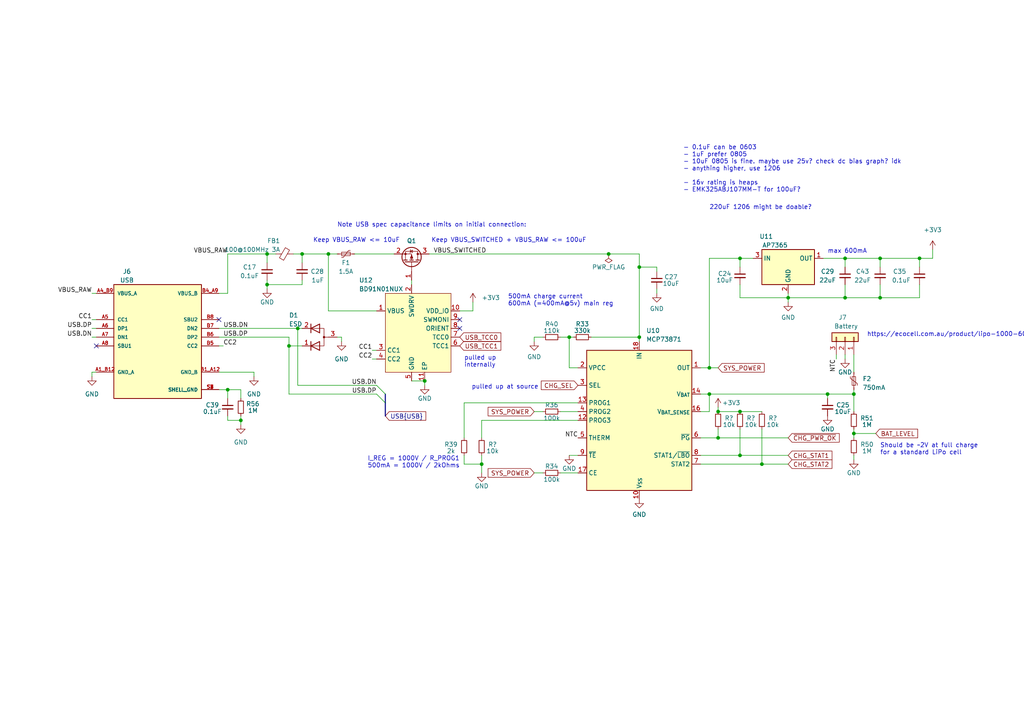
<source format=kicad_sch>
(kicad_sch (version 20230121) (generator eeschema)
  (paper "A4")
  (title_block (title "TANGARA") (date "2023-05-30") (rev "4") (company "made by jacqueline") (comment 1 "SPDX-License-Identifier: CERN-OHL-S-2.0"))
  (lib_symbols
    (symbol "Battery_Management:MCP73871"
      (property "Reference" "U" (at -7.62 24.13 0))
      (property "Value" "MCP73871" (at -15.24 21.59 0))
      (symbol "MCP73871_0_1"
        (rectangle (start -15.24 20.32) (end 15.24 -20.32) (stroke (width 0.254)) (fill (type background)))
      )
      (symbol "MCP73871_1_1"
        (pin power_out line (at 17.78 15.24 180) (length 2.54) (name "OUT") (number "1"))
        (pin power_in line (at 0 -22.86 90) (length 2.54) (name "V_{SS}") (number "10"))
        (pin passive line (at 0 -22.86 90) (length 2.54) hide (name "V_{SS}") (number "11"))
        (pin bidirectional line (at -17.78 0 0) (length 2.54) (name "PROG3") (number "12"))
        (pin bidirectional line (at -17.78 5.08 0) (length 2.54) (name "PROG1") (number "13"))
        (pin power_out line (at 17.78 7.62 180) (length 2.54) (name "V_{BAT}") (number "14"))
        (pin passive line (at 17.78 7.62 180) (length 2.54) hide (name "V_{BAT}") (number "15"))
        (pin input line (at 17.78 2.54 180) (length 2.54) (name "V_{BAT_SENSE}") (number "16"))
        (pin input line (at -17.78 -15.24 0) (length 2.54) (name "CE") (number "17"))
        (pin power_in line (at 0 22.86 270) (length 2.54) (name "IN") (number "18"))
        (pin passive line (at 0 22.86 270) (length 2.54) hide (name "IN") (number "19"))
        (pin input line (at -17.78 15.24 0) (length 2.54) (name "VPCC") (number "2"))
        (pin passive line (at 17.78 15.24 180) (length 2.54) hide (name "OUT") (number "20"))
        (pin passive line (at 0 -22.86 90) (length 2.54) hide (name "V_{SS}") (number "21"))
        (pin input line (at -17.78 10.16 0) (length 2.54) (name "SEL") (number "3"))
        (pin input line (at -17.78 2.54 0) (length 2.54) (name "PROG2") (number "4"))
        (pin bidirectional line (at -17.78 -5.08 0) (length 2.54) (name "THERM") (number "5"))
        (pin open_collector line (at 17.78 -5.08 180) (length 2.54) (name "~{PG}") (number "6"))
        (pin open_collector line (at 17.78 -12.7 180) (length 2.54) (name "STAT2") (number "7"))
        (pin open_collector line (at 17.78 -10.16 180) (length 2.54) (name "STAT1/~{LBO}") (number "8"))
        (pin input line (at -17.78 -10.16 0) (length 2.54) (name "~{TE}") (number "9"))
      )
    )
    (symbol "Connector_Generic:Conn_01x03" (pin_names (offset 1.016) hide)
      (property "Reference" "J" (at 0 5.08 0))
      (property "Value" "Conn_01x03" (at 0 -5.08 0))
      (symbol "Conn_01x03_1_1"
        (rectangle (start -1.27 -2.413) (end 0 -2.667) (stroke (width 0.1524)))
        (rectangle (start -1.27 0.127) (end 0 -0.127) (stroke (width 0.1524)))
        (rectangle (start -1.27 2.667) (end 0 2.413) (stroke (width 0.1524)))
        (rectangle (start -1.27 3.81) (end 1.27 -3.81) (stroke (width 0.254)) (fill (type background)))
        (pin passive line (at -5.08 2.54 0) (length 3.81) (name "Pin_1") (number "1"))
        (pin passive line (at -5.08 0 0) (length 3.81) (name "Pin_2") (number "2"))
        (pin passive line (at -5.08 -2.54 0) (length 3.81) (name "Pin_3") (number "3"))
      )
    )
    (symbol "Device:C_Small" (pin_numbers hide) (pin_names (offset 0.254) hide)
      (property "Reference" "C" (at 0.254 1.778 0))
      (property "Value" "C_Small" (at 0.254 -2.032 0))
      (symbol "C_Small_0_1"
        (polyline (pts (xy -1.524 -0.508) (xy 1.524 -0.508)) (stroke (width 0.3302)))
        (polyline (pts (xy -1.524 0.508) (xy 1.524 0.508)) (stroke (width 0.3048)))
      )
      (symbol "C_Small_1_1"
        (pin passive line (at 0 2.54 270) (length 2.032) (name "~") (number "1"))
        (pin passive line (at 0 -2.54 90) (length 2.032) (name "~") (number "2"))
      )
    )
    (symbol "Device:D_Dual_CommonAnode_KKA_Parallel" (pin_names (offset 0.762) hide)
      (property "Reference" "D" (at 0 5.08 0))
      (property "Value" "D_Dual_CommonAnode_KKA_Parallel" (at 0 -5.08 0))
      (symbol "D_Dual_CommonAnode_KKA_Parallel_0_0"
        (polyline (pts (xy 2.54 -3.81) (xy 2.54 -1.27)) (stroke (width 0.254)))
        (polyline (pts (xy 2.54 1.27) (xy 2.54 3.81)) (stroke (width 0.254)))
      )
      (symbol "D_Dual_CommonAnode_KKA_Parallel_0_1"
        (circle (center -1.27 0) (radius 0.254) (fill (type outline)))
        (polyline (pts (xy -1.27 0) (xy -2.54 0)))
        (polyline (pts (xy 2.54 2.54) (xy -1.27 2.54) (xy -1.27 -2.54) (xy 2.54 -2.54)))
        (polyline (pts (xy 0 -1.27) (xy 2.54 -2.54) (xy 0 -3.81) (xy 0 -1.27) (xy 0 -1.27) (xy 0 -1.27)) (stroke (width 0.254)))
        (polyline (pts (xy 0 3.81) (xy 2.54 2.54) (xy 0 1.27) (xy 0 3.81) (xy 0 3.81) (xy 0 3.81)) (stroke (width 0.254)))
        (pin passive line (at 5.08 2.54 180) (length 2.54) (name "K") (number "1"))
        (pin passive line (at 5.08 -2.54 180) (length 2.54) (name "K") (number "2"))
        (pin passive line (at -5.08 0 0) (length 2.54) (name "A") (number "3"))
      )
    )
    (symbol "Device:Ferrite_Bead_Small" (pin_numbers hide) (pin_names (offset 0))
      (property "Reference" "FB" (at 1.905 1.27 0))
      (property "Value" "Device_Ferrite_Bead_Small" (at 1.905 -1.27 0))
      (symbol "Ferrite_Bead_Small_0_1"
        (polyline (pts (xy 0 -1.27) (xy 0 -0.7874)))
        (polyline (pts (xy 0 0.889) (xy 0 1.2954)))
        (polyline (pts (xy -1.8288 0.2794) (xy -1.1176 1.4986) (xy 1.8288 -0.2032) (xy 1.1176 -1.4224) (xy -1.8288 0.2794)))
      )
      (symbol "Ferrite_Bead_Small_1_1"
        (pin passive line (at 0 2.54 270) (length 1.27) (name "~") (number "1"))
        (pin passive line (at 0 -2.54 90) (length 1.27) (name "~") (number "2"))
      )
    )
    (symbol "Device:Polyfuse_Small" (pin_numbers hide) (pin_names (offset 0))
      (property "Reference" "F" (at -1.905 0 90))
      (property "Value" "Polyfuse_Small" (at 1.905 0 90))
      (symbol "Polyfuse_Small_0_1"
        (rectangle (start -0.508 1.27) (end 0.508 -1.27))
        (polyline (pts (xy 0 2.54) (xy 0 -2.54)))
        (polyline (pts (xy -1.016 1.27) (xy -1.016 0.762) (xy 1.016 -0.762) (xy 1.016 -1.27)))
      )
      (symbol "Polyfuse_Small_1_1"
        (pin passive line (at 0 2.54 270) (length 0.635) (name "~") (number "1"))
        (pin passive line (at 0 -2.54 90) (length 0.635) (name "~") (number "2"))
      )
    )
    (symbol "Device:Q_PMOS_GSD" (pin_names (offset 0) hide)
      (property "Reference" "Q" (at 5.08 1.27 0))
      (property "Value" "Q_PMOS_GSD" (at 5.08 -1.27 0))
      (symbol "Q_PMOS_GSD_0_1"
        (polyline (pts (xy 0.254 0) (xy -2.54 0)))
        (polyline (pts (xy 0.254 1.905) (xy 0.254 -1.905)) (stroke (width 0.254)))
        (polyline (pts (xy 0.762 -1.27) (xy 0.762 -2.286)) (stroke (width 0.254)))
        (polyline (pts (xy 0.762 0.508) (xy 0.762 -0.508)) (stroke (width 0.254)))
        (polyline (pts (xy 0.762 2.286) (xy 0.762 1.27)) (stroke (width 0.254)))
        (polyline (pts (xy 2.54 2.54) (xy 2.54 1.778)))
        (polyline (pts (xy 2.54 -2.54) (xy 2.54 0) (xy 0.762 0)))
        (polyline (pts (xy 0.762 1.778) (xy 3.302 1.778) (xy 3.302 -1.778) (xy 0.762 -1.778)))
        (polyline (pts (xy 2.286 0) (xy 1.27 0.381) (xy 1.27 -0.381) (xy 2.286 0)) (fill (type outline)))
        (polyline (pts (xy 2.794 -0.508) (xy 2.921 -0.381) (xy 3.683 -0.381) (xy 3.81 -0.254)))
        (polyline (pts (xy 3.302 -0.381) (xy 2.921 0.254) (xy 3.683 0.254) (xy 3.302 -0.381)))
        (circle (center 1.651 0) (radius 2.794) (stroke (width 0.254)))
        (circle (center 2.54 -1.778) (radius 0.254) (fill (type outline)))
        (circle (center 2.54 1.778) (radius 0.254) (fill (type outline)))
      )
      (symbol "Q_PMOS_GSD_1_1"
        (pin input line (at -5.08 0 0) (length 2.54) (name "G") (number "1"))
        (pin passive line (at 2.54 -5.08 90) (length 2.54) (name "S") (number "2"))
        (pin passive line (at 2.54 5.08 270) (length 2.54) (name "D") (number "3"))
      )
    )
    (symbol "Device:R_Small" (pin_numbers hide) (pin_names (offset 0.254) hide)
      (property "Reference" "R" (at 0.762 0.508 0))
      (property "Value" "R_Small" (at 0.762 -1.016 0))
      (symbol "R_Small_0_1"
        (rectangle (start -0.762 1.778) (end 0.762 -1.778) (stroke (width 0.2032)))
      )
      (symbol "R_Small_1_1"
        (pin passive line (at 0 2.54 270) (length 0.762) (name "~") (number "1"))
        (pin passive line (at 0 -2.54 90) (length 0.762) (name "~") (number "2"))
      )
    )
    (symbol "power:+3V3" (power) (pin_names (offset 0))
      (property "Value" "+3V3" (at 0 3.556 0))
      (symbol "+3V3_0_1"
        (polyline (pts (xy -0.762 1.27) (xy 0 2.54)))
        (polyline (pts (xy 0 0) (xy 0 2.54)))
        (polyline (pts (xy 0 2.54) (xy 0.762 1.27)))
      )
      (symbol "+3V3_1_1"
        (pin power_in line (at 0 0 90) (length 0) hide (name "+3V3") (number "1"))
      )
    )
    (symbol "power:GND" (power) (pin_names (offset 0))
      (property "Value" "GND" (at 0 -3.81 0))
      (symbol "GND_0_1"
        (polyline (pts (xy 0 0) (xy 0 -1.27) (xy 1.27 -1.27) (xy 0 -2.54) (xy -1.27 -1.27) (xy 0 -1.27)))
      )
      (symbol "GND_1_1"
        (pin power_in line (at 0 0 270) (length 0) hide (name "GND") (number "1"))
      )
    )
    (symbol "power:PWR_FLAG" (power) (pin_numbers hide) (pin_names (offset 0) hide)
      (property "Value" "PWR_FLAG" (at 0 3.81 0))
      (symbol "PWR_FLAG_0_0"
        (pin power_out line (at 0 0 90) (length 0) (name "pwr") (number "1"))
      )
      (symbol "PWR_FLAG_0_1"
        (polyline (pts (xy 0 0) (xy 0 1.27) (xy -1.016 1.905) (xy 0 2.54) (xy 1.016 1.905) (xy 0 1.27)))
      )
    )
    (symbol "symbols:AP7365"
      (property "Reference" "U" (at 0 0 0))
      (symbol "AP7365_1_1"
        (rectangle (start -7.62 3.81) (end 7.62 -6.35) (stroke (width 0.254)) (fill (type background)))
        (pin power_out line (at 10.16 1.27 180) (length 2.54) (name "OUT") (number "1"))
        (pin power_in line (at 0 -8.89 90) (length 2.54) (name "GND") (number "2"))
        (pin power_in line (at -10.16 1.27 0) (length 2.54) (name "IN") (number "3"))
      )
    )
    (symbol "symbols:BD91N01NUX"
      (property "Reference" "U" (at 0 13.97 0))
      (property "Value" "BD91N01NUX" (at 5.08 16.51 0))
      (symbol "BD91N01NUX_0_1"
        (rectangle (start -12.7 12.7) (end 6.35 -10.16) (fill (type background)))
      )
      (symbol "BD91N01NUX_1_1"
        (pin power_in line (at -15.24 7.62 0) (length 2.54) (name "VBUS") (number "1"))
        (pin power_in line (at 8.89 7.62 180) (length 2.54) (name "VDD_IO") (number "10"))
        (pin power_in line (at -1.27 -12.7 90) (length 2.54) (name "EP") (number "11"))
        (pin output line (at -5.08 15.24 270) (length 2.54) (name "SWDRV") (number "2"))
        (pin input line (at -15.24 -3.81 0) (length 2.54) (name "CC1") (number "3"))
        (pin input line (at -15.24 -6.35 0) (length 2.54) (name "CC2") (number "4"))
        (pin power_in line (at -5.08 -12.7 90) (length 2.54) (name "GND") (number "5"))
        (pin output line (at 8.89 -2.54 180) (length 2.54) (name "TCC1") (number "6"))
        (pin output line (at 8.89 0 180) (length 2.54) (name "TCC0") (number "7"))
        (pin output line (at 8.89 2.54 180) (length 2.54) (name "ORIENT") (number "8"))
        (pin output line (at 8.89 5.08 180) (length 2.54) (name "SWMONI") (number "9"))
      )
    )
    (symbol "symbols:USB4510-03-1-A_REVA" (pin_names (offset 1.016))
      (property "Reference" "J" (at -12.7 16.002 0))
      (property "Value" "USB4510-03-1-A_REVA" (at -12.7 -18.542 0))
      (symbol "USB4510-03-1-A_REVA_0_0"
        (rectangle (start -12.7 -17.78) (end 12.7 15.24) (stroke (width 0.254)) (fill (type background)))
        (pin power_in line (at -17.78 -10.16 0) (length 5.08) (name "GND_A") (number "A1_B12"))
        (pin power_in line (at -17.78 12.7 0) (length 5.08) (name "VBUS_A") (number "A4_B9"))
        (pin bidirectional line (at -17.78 5.08 0) (length 5.08) (name "CC1") (number "A5"))
        (pin bidirectional line (at -17.78 2.54 0) (length 5.08) (name "DP1") (number "A6"))
        (pin bidirectional line (at -17.78 0 0) (length 5.08) (name "DN1") (number "A7"))
        (pin bidirectional line (at -17.78 -2.54 0) (length 5.08) (name "SBU1") (number "A8"))
        (pin power_in line (at 17.78 -10.16 180) (length 5.08) (name "GND_B") (number "B1_A12"))
        (pin power_in line (at 17.78 12.7 180) (length 5.08) (name "VBUS_B") (number "B4_A9"))
        (pin bidirectional line (at 17.78 -2.54 180) (length 5.08) (name "CC2") (number "B5"))
        (pin bidirectional line (at 17.78 0 180) (length 5.08) (name "DP2") (number "B6"))
        (pin bidirectional line (at 17.78 2.54 180) (length 5.08) (name "DN2") (number "B7"))
        (pin bidirectional line (at 17.78 5.08 180) (length 5.08) (name "SBU2") (number "B8"))
        (pin power_in line (at 17.78 -15.24 180) (length 5.08) (name "SHELL_GND") (number "S1"))
        (pin power_in line (at 17.78 -15.24 180) (length 5.08) (name "SHELL_GND") (number "S2"))
        (pin power_in line (at 17.78 -15.24 180) (length 5.08) (name "SHELL_GND") (number "S3"))
        (pin power_in line (at 17.78 -15.24 180) (length 5.08) (name "SHELL_GND") (number "S4"))
      )
    )
  )
  (junction (at 247.65 125.73))
  (junction (at 266.7 74.93))
  (junction (at 69.85 121.92))
  (junction (at 86.36 95.25))
  (junction (at 205.74 114.3))
  (junction (at 245.11 74.93))
  (junction (at 240.03 114.3))
  (junction (at 77.47 73.66))
  (junction (at 255.27 74.93))
  (junction (at 208.28 127))
  (junction (at 214.63 132.08))
  (junction (at 83.82 100.33))
  (junction (at 220.98 134.62))
  (junction (at 176.53 73.66))
  (junction (at 95.25 73.66))
  (junction (at 87.63 73.66))
  (junction (at 255.27 86.36))
  (junction (at 214.63 74.93))
  (junction (at 185.42 97.79))
  (junction (at 247.65 114.3))
  (junction (at 205.74 106.68))
  (junction (at 77.47 82.55))
  (junction (at 165.1 97.79))
  (junction (at 123.19 110.49))
  (junction (at 214.63 119.38))
  (junction (at 66.04 113.03))
  (junction (at 228.6 86.36))
  (junction (at 208.28 119.38))
  (junction (at 185.42 77.47))
  (junction (at 139.7 134.62))
  (junction (at 245.11 86.36))
  (no_connect (at 27.94 100.33))
  (no_connect (at 133.35 92.71))
  (no_connect (at 133.35 95.25))
  (no_connect (at 63.5 92.71))
  (bus_entry (at 109.22 111.76) (size 2.54 2.54))
  (bus_entry (at 109.22 114.3) (size 2.54 2.54))
  (wire (pts (xy 66.04 73.66) (xy 66.04 85.09)))
  (wire (pts (xy 95.25 73.66) (xy 95.25 90.17)))
  (wire (pts (xy 245.11 77.47) (xy 245.11 74.93)))
  (wire (pts (xy 66.04 121.92) (xy 69.85 121.92)))
  (wire (pts (xy 87.63 81.28) (xy 87.63 82.55)))
  (wire (pts (xy 154.94 137.16) (xy 157.48 137.16)))
  (wire (pts (xy 77.47 82.55) (xy 77.47 83.82)))
  (wire (pts (xy 205.74 74.93) (xy 214.63 74.93)))
  (wire (pts (xy 157.48 97.79) (xy 154.94 97.79)))
  (wire (pts (xy 247.65 113.03) (xy 247.65 114.3)))
  (wire (pts (xy 228.6 86.36) (xy 245.11 86.36)))
  (wire (pts (xy 266.7 74.93) (xy 270.51 74.93)))
  (wire (pts (xy 203.2 132.08) (xy 214.63 132.08)))
  (wire (pts (xy 69.85 113.03) (xy 69.85 115.57)))
  (wire (pts (xy 171.45 97.79) (xy 185.42 97.79)))
  (wire (pts (xy 247.65 114.3) (xy 247.65 119.38)))
  (wire (pts (xy 266.7 82.55) (xy 266.7 86.36)))
  (wire (pts (xy 165.1 106.68) (xy 165.1 97.79)))
  (wire (pts (xy 208.28 124.46) (xy 208.28 127)))
  (wire (pts (xy 139.7 134.62) (xy 139.7 137.16)))
  (wire (pts (xy 66.04 113.03) (xy 69.85 113.03)))
  (wire (pts (xy 107.95 101.6) (xy 109.22 101.6)))
  (wire (pts (xy 95.25 73.66) (xy 97.79 73.66)))
  (wire (pts (xy 167.64 106.68) (xy 165.1 106.68)))
  (wire (pts (xy 63.5 95.25) (xy 86.36 95.25)))
  (wire (pts (xy 176.53 73.66) (xy 185.42 73.66)))
  (wire (pts (xy 214.63 86.36) (xy 228.6 86.36)))
  (bus (pts (xy 111.76 116.84) (xy 111.76 120.65)))
  (wire (pts (xy 139.7 132.08) (xy 139.7 134.62)))
  (wire (pts (xy 77.47 81.28) (xy 77.47 82.55)))
  (wire (pts (xy 242.57 104.14) (xy 242.57 102.87)))
  (wire (pts (xy 203.2 134.62) (xy 220.98 134.62)))
  (wire (pts (xy 245.11 102.87) (xy 245.11 104.14)))
  (wire (pts (xy 238.76 74.93) (xy 245.11 74.93)))
  (wire (pts (xy 119.38 81.28) (xy 119.38 82.55)))
  (wire (pts (xy 214.63 77.47) (xy 214.63 74.93)))
  (wire (pts (xy 83.82 114.3) (xy 83.82 100.33)))
  (wire (pts (xy 133.35 90.17) (xy 137.16 90.17)))
  (wire (pts (xy 167.64 137.16) (xy 162.56 137.16)))
  (wire (pts (xy 185.42 77.47) (xy 185.42 97.79)))
  (wire (pts (xy 255.27 74.93) (xy 255.27 77.47)))
  (wire (pts (xy 86.36 111.76) (xy 109.22 111.76)))
  (wire (pts (xy 165.1 132.08) (xy 167.64 132.08)))
  (wire (pts (xy 26.67 107.95) (xy 26.67 109.22)))
  (wire (pts (xy 77.47 73.66) (xy 77.47 76.2)))
  (wire (pts (xy 247.65 132.08) (xy 247.65 133.35)))
  (wire (pts (xy 228.6 86.36) (xy 228.6 85.09)))
  (wire (pts (xy 119.38 110.49) (xy 123.19 110.49)))
  (wire (pts (xy 87.63 76.2) (xy 87.63 73.66)))
  (wire (pts (xy 124.46 73.66) (xy 176.53 73.66)))
  (wire (pts (xy 64.77 100.33) (xy 63.5 100.33)))
  (wire (pts (xy 266.7 74.93) (xy 266.7 77.47)))
  (wire (pts (xy 167.64 121.92) (xy 139.7 121.92)))
  (wire (pts (xy 83.82 100.33) (xy 83.82 97.79)))
  (wire (pts (xy 102.87 73.66) (xy 114.3 73.66)))
  (wire (pts (xy 77.47 73.66) (xy 80.01 73.66)))
  (wire (pts (xy 228.6 87.63) (xy 228.6 86.36)))
  (wire (pts (xy 66.04 73.66) (xy 77.47 73.66)))
  (wire (pts (xy 214.63 74.93) (xy 218.44 74.93)))
  (wire (pts (xy 214.63 132.08) (xy 228.6 132.08)))
  (wire (pts (xy 154.94 97.79) (xy 154.94 99.06)))
  (wire (pts (xy 69.85 121.92) (xy 69.85 123.19)))
  (wire (pts (xy 214.63 119.38) (xy 220.98 119.38)))
  (wire (pts (xy 240.03 114.3) (xy 247.65 114.3)))
  (wire (pts (xy 208.28 118.11) (xy 208.28 119.38)))
  (wire (pts (xy 66.04 113.03) (xy 66.04 115.57)))
  (wire (pts (xy 190.5 78.74) (xy 190.5 77.47)))
  (wire (pts (xy 63.5 85.09) (xy 66.04 85.09)))
  (wire (pts (xy 205.74 119.38) (xy 205.74 114.3)))
  (wire (pts (xy 83.82 114.3) (xy 109.22 114.3)))
  (wire (pts (xy 203.2 127) (xy 208.28 127)))
  (wire (pts (xy 139.7 121.92) (xy 139.7 127)))
  (wire (pts (xy 245.11 82.55) (xy 245.11 86.36)))
  (wire (pts (xy 162.56 119.38) (xy 167.64 119.38)))
  (wire (pts (xy 86.36 95.25) (xy 86.36 111.76)))
  (wire (pts (xy 255.27 74.93) (xy 266.7 74.93)))
  (wire (pts (xy 137.16 90.17) (xy 137.16 87.63)))
  (wire (pts (xy 214.63 82.55) (xy 214.63 86.36)))
  (wire (pts (xy 190.5 77.47) (xy 185.42 77.47)))
  (wire (pts (xy 185.42 97.79) (xy 185.42 99.06)))
  (wire (pts (xy 83.82 100.33) (xy 87.63 100.33)))
  (wire (pts (xy 247.65 125.73) (xy 247.65 124.46)))
  (wire (pts (xy 270.51 72.39) (xy 270.51 74.93)))
  (wire (pts (xy 66.04 120.65) (xy 66.04 121.92)))
  (wire (pts (xy 203.2 119.38) (xy 205.74 119.38)))
  (wire (pts (xy 134.62 132.08) (xy 134.62 134.62)))
  (wire (pts (xy 205.74 74.93) (xy 205.74 106.68)))
  (wire (pts (xy 205.74 114.3) (xy 240.03 114.3)))
  (wire (pts (xy 87.63 82.55) (xy 77.47 82.55)))
  (wire (pts (xy 247.65 125.73) (xy 254 125.73)))
  (wire (pts (xy 167.64 116.84) (xy 134.62 116.84)))
  (wire (pts (xy 165.1 97.79) (xy 166.37 97.79)))
  (wire (pts (xy 99.06 97.79) (xy 99.06 99.06)))
  (wire (pts (xy 247.65 127) (xy 247.65 125.73)))
  (wire (pts (xy 63.5 97.79) (xy 83.82 97.79)))
  (wire (pts (xy 190.5 83.82) (xy 190.5 85.09)))
  (wire (pts (xy 26.67 92.71) (xy 27.94 92.71)))
  (wire (pts (xy 63.5 107.95) (xy 73.66 107.95)))
  (wire (pts (xy 205.74 106.68) (xy 208.28 106.68)))
  (wire (pts (xy 123.19 110.49) (xy 123.19 111.76)))
  (wire (pts (xy 63.5 113.03) (xy 66.04 113.03)))
  (wire (pts (xy 203.2 106.68) (xy 205.74 106.68)))
  (wire (pts (xy 214.63 124.46) (xy 214.63 132.08)))
  (wire (pts (xy 27.94 107.95) (xy 26.67 107.95)))
  (bus (pts (xy 111.76 114.3) (xy 111.76 116.84)))
  (wire (pts (xy 185.42 73.66) (xy 185.42 77.47)))
  (wire (pts (xy 245.11 86.36) (xy 255.27 86.36)))
  (wire (pts (xy 255.27 82.55) (xy 255.27 86.36)))
  (wire (pts (xy 220.98 134.62) (xy 228.6 134.62)))
  (wire (pts (xy 247.65 102.87) (xy 247.65 107.95)))
  (wire (pts (xy 208.28 127) (xy 228.6 127)))
  (wire (pts (xy 154.94 119.38) (xy 157.48 119.38)))
  (wire (pts (xy 69.85 120.65) (xy 69.85 121.92)))
  (wire (pts (xy 134.62 134.62) (xy 139.7 134.62)))
  (wire (pts (xy 240.03 114.3) (xy 240.03 115.57)))
  (wire (pts (xy 26.67 97.79) (xy 27.94 97.79)))
  (wire (pts (xy 97.79 97.79) (xy 99.06 97.79)))
  (wire (pts (xy 255.27 86.36) (xy 266.7 86.36)))
  (wire (pts (xy 26.67 95.25) (xy 27.94 95.25)))
  (wire (pts (xy 208.28 119.38) (xy 214.63 119.38)))
  (wire (pts (xy 220.98 124.46) (xy 220.98 134.62)))
  (wire (pts (xy 87.63 73.66) (xy 95.25 73.66)))
  (wire (pts (xy 86.36 95.25) (xy 87.63 95.25)))
  (wire (pts (xy 26.67 85.09) (xy 27.94 85.09)))
  (wire (pts (xy 134.62 116.84) (xy 134.62 127)))
  (wire (pts (xy 162.56 97.79) (xy 165.1 97.79)))
  (wire (pts (xy 107.95 104.14) (xy 109.22 104.14)))
  (wire (pts (xy 73.66 107.95) (xy 73.66 109.22)))
  (wire (pts (xy 85.09 73.66) (xy 87.63 73.66)))
  (wire (pts (xy 109.22 90.17) (xy 95.25 90.17)))
  (wire (pts (xy 245.11 74.93) (xy 255.27 74.93)))
  (wire (pts (xy 203.2 114.3) (xy 205.74 114.3)))
  (text "https://ecocell.com.au/product/lipo-1000-603450-3w/" (at 251.46 97.79 0) (effects (font (size 1.27 1.27)) (justify left bottom)))
  (text "max 600mA" (at 240.03 73.66 0) (effects (font (size 1.27 1.27)) (justify left bottom)))
  (text "500mA charge current\n600mA (=400mA@5v) main reg" (at 147.32 88.9 0) (effects (font (size 1.27 1.27)) (justify left bottom)))
  (text "pulled up\ninternally" (at 134.62 106.68 0) (effects (font (size 1.27 1.27)) (justify left bottom)))
  (text "Should be ~2V at full charge\nfor a standard LiPo cell" (at 255.27 132.08 0) (effects (font (size 1.27 1.27)) (justify left bottom)))
  (text "pulled up at source" (at 156.21 113.03 0) (effects (font (size 1.27 1.27)) (justify right bottom)))
  (text "I_REG = 1000V / R_PROG1\n500mA = 1000V / 2kOhms" (at 133.35 135.89 0) (effects (font (size 1.27 1.27)) (justify right bottom)))
  (text "Keep VBUS_RAW <= 10uF" (at 90.805 70.485 0) (effects (font (size 1.27 1.27)) (justify left bottom)))
  (text "Keep VBUS_SWITCHED + VBUS_RAW <= 100uF" (at 125.095 70.485 0) (effects (font (size 1.27 1.27)) (justify left bottom)))
  (text "220uF 1206 might be doable?" (at 205.74 60.96 0) (effects (font (size 1.27 1.27)) (justify left bottom)))
  (text "- 0.1uF can be 0603\n- 1uF prefer 0805\n- 10uF 0805 is fine. maybe use 25v? check dc bias graph? idk\n- anything higher, use 1206\n\n- 16v rating is heaps\n- EMK325ABJ107MM-T for 100uF?" (at 198.12 55.88 0) (effects (font (size 1.27 1.27)) (justify left bottom)))
  (text "Note USB spec capacitance limits on initial connection:" (at 97.79 66.04 0) (effects (font (size 1.27 1.27)) (justify left bottom)))
  (label "CC2" (at 107.95 104.14 180))
  (label "USB.DP" (at 26.67 95.25 180))
  (label "NTC" (at 167.64 127 180))
  (label "VBUS_RAW" (at 66.04 73.66 180))
  (label "USB.DP" (at 109.22 114.3 180))
  (label "CC1" (at 26.67 92.71 180))
  (label "USB.DN" (at 26.67 97.79 180))
  (label "VBUS_SWITCHED" (at 125.73 73.66 0))
  (label "VBUS_RAW" (at 26.67 85.09 180))
  (label "CC2" (at 64.77 100.33 0))
  (label "CC1" (at 107.95 101.6 180))
  (label "NTC" (at 242.57 104.14 270))
  (label "USB.DN" (at 109.22 111.76 180))
  (label "USB.DN" (at 64.77 95.25 0))
  (label "USB.DP" (at 64.77 97.79 0))
  (global_label "~{CHG_PWR_OK}" (shape input) (at 228.6 127 0) (property "Intersheetrefs" "${INTERSHEET_REFS}" (effects hide)))
  (global_label "SYS_POWER" (shape input) (at 154.94 137.16 180) (property "Intersheetrefs" "${INTERSHEET_REFS}" (effects hide)))
  (global_label "CHG_STAT2" (shape input) (at 228.6 134.62 0) (property "Intersheetrefs" "${INTERSHEET_REFS}" (effects hide)))
  (global_label "USB_TCC0" (shape input) (at 133.35 97.79 0) (property "Intersheetrefs" "${INTERSHEET_REFS}" (effects hide)))
  (global_label "SYS_POWER" (shape input) (at 154.94 119.38 180) (property "Intersheetrefs" "${INTERSHEET_REFS}" (effects hide)))
  (global_label "USB_TCC1" (shape input) (at 133.35 100.33 0) (property "Intersheetrefs" "${INTERSHEET_REFS}" (effects hide)))
  (global_label "CHG_SEL" (shape input) (at 167.64 111.76 180) (property "Intersheetrefs" "${INTERSHEET_REFS}" (effects hide)))
  (global_label "CHG_STAT1" (shape input) (at 228.6 132.08 0) (property "Intersheetrefs" "${INTERSHEET_REFS}" (effects hide)))
  (global_label "BAT_LEVEL" (shape input) (at 254 125.73 0) (property "Intersheetrefs" "${INTERSHEET_REFS}" (effects hide)))
  (global_label "SYS_POWER" (shape input) (at 208.28 106.68 0) (property "Intersheetrefs" "${INTERSHEET_REFS}" (effects hide)))
  (global_label "USB{USB}" (shape input) (at 111.76 120.65 0) (property "Intersheetrefs" "${INTERSHEET_REFS}" (effects hide)))
  (symbol (lib_id "Device:R_Small") (at 247.65 129.54 0) (unit 1)
    (property "Reference" "R50" (at 251.46 128.905 0))
    (property "Value" "1M" (at 251.46 130.81 0))
    (property "Footprint" "Resistor_SMD:R_0603_1608Metric" (effects hide))
    (property "MPN" "AC0603FR-131ML" (effects hide))
  )
  (symbol (lib_id "symbols:BD91N01NUX") (at 124.46 97.79 0) (unit 1)
    (property "Reference" "U12" (at 104.14 81.28 0) (effects (justify left)))
    (property "Value" "BD91N01NUX" (at 104.14 83.82 0) (effects (justify left)))
    (property "Footprint" "footprints:BD91N01NUX-E2" (effects hide))
    (property "MPN" "BD91N01NUX" (effects hide))
  )
  (symbol (lib_id "power:GND") (at 69.85 123.19 0) (unit 1)
    (property "Reference" "#PWR050" (effects hide))
    (property "Value" "GND" (at 69.85 128.27 0))
  )
  (symbol (lib_id "power:GND") (at 77.47 83.82 0) (unit 1)
    (property "Reference" "#PWR0202" (effects hide))
    (property "Value" "GND" (at 77.47 87.63 0))
  )
  (symbol (lib_id "power:+3V3") (at 208.28 118.11 0) (unit 1)
    (property "Reference" "#PWR0124" (effects hide))
    (property "Value" "+3V3" (at 212.09 116.84 0))
    (instances (project "gay-ipod" (path "" (reference "#PWR0124") (unit 1)) (path "" (reference "#PWR04") (unit 1))))
  )
  (symbol (lib_id "power:+3V3") (at 270.51 72.39 0) (unit 1)
    (property "Reference" "#PWR0217" (effects hide))
    (property "Value" "+3V3" (at 270.51 66.675 0))
  )
  (symbol (lib_id "Device:C_Small") (at 255.27 80.01 0) (unit 1)
    (property "Reference" "C43" (at 250.19 78.74 0))
    (property "Value" "22uF" (at 250.19 81.28 0))
    (property "Footprint" "Capacitor_SMD:C_1206_3216Metric" (effects hide))
    (property "MPN" "GRM319R61C226KE15D" (effects hide))
  )
  (symbol (lib_id "Device:R_Small") (at 139.7 129.54 0) (unit 1)
    (property "Reference" "R?" (at 142.875 128.905 0))
    (property "Value" "10k" (at 142.875 130.81 0))
    (property "Footprint" "Resistor_SMD:R_0603_1608Metric" (effects hide))
    (property "MPN" "AC0603JR-0710KL" (effects hide))
    (instances (project "gay-ipod" (path "" (reference "R?") (unit 1)) (path "" (reference "R23") (unit 1)) (path "" (reference "R35") (unit 1))))
  )
  (symbol (lib_id "Device:C_Small") (at 214.63 80.01 0) (unit 1)
    (property "Reference" "C24" (at 210.185 79.375 0))
    (property "Value" "10uF" (at 210.185 81.28 0))
    (property "Footprint" "Capacitor_SMD:C_0805_2012Metric" (effects hide))
    (property "MPN" "GRM21BR61C106KE15K" (effects hide))
  )
  (symbol (lib_id "Device:R_Small") (at 160.02 137.16 90) (unit 1)
    (property "Reference" "R34" (at 160.02 135.255 90))
    (property "Value" "100k" (at 160.02 139.065 90))
    (property "Footprint" "Resistor_SMD:R_0603_1608Metric" (effects hide))
    (property "MPN" "RC0603JR-10100KL" (effects hide))
  )
  (symbol (lib_id "Device:Ferrite_Bead_Small") (at 82.55 73.66 90) (unit 1)
    (property "Reference" "FB1" (at 81.28 69.85 90) (effects (justify left)))
    (property "Value" "100@100MHz 3A" (at 81.28 72.39 90) (effects (justify left)))
    (property "Footprint" "Inductor_SMD:L_0603_1608Metric" (effects hide))
    (property "MPN" "BLM18KG101TN1D" (effects hide))
    (instances (project "gay-ipod" (path "" (reference "FB1") (unit 1))) (project "reform2-motherboard" (path "" (reference "FB17") (unit 1))))
  )
  (symbol (lib_id "power:GND") (at 245.11 104.14 0) (unit 1)
    (property "Reference" "#PWR0213" (effects hide))
    (property "Value" "GND" (at 245.11 107.95 0))
  )
  (symbol (lib_id "Device:C_Small") (at 240.03 118.11 0) (mirror y) (unit 1)
    (property "Reference" "C25" (at 244.475 117.475 0))
    (property "Value" "10uF" (at 244.475 119.38 0))
    (property "Footprint" "Capacitor_SMD:C_0805_2012Metric" (effects hide))
    (property "MPN" "GRM21BR61C106KE15K" (effects hide))
  )
  (symbol (lib_id "Device:D_Dual_CommonAnode_KKA_Parallel") (at 92.71 97.79 180) (unit 1)
    (property "Reference" "D1" (at 83.82 91.44 0) (effects (justify right)))
    (property "Value" "ESD" (at 83.82 93.98 0) (effects (justify right)))
    (property "Footprint" "Package_TO_SOT_SMD:SOT-23" (effects hide))
    (property "MPN" "PESD2USB3UV-TR" (effects hide))
  )
  (symbol (lib_id "Battery_Management:MCP73871") (at 185.42 121.92 0) (unit 1)
    (property "Reference" "U10" (at 187.4394 95.885 0) (effects (justify left)))
    (property "Value" "MCP73871" (at 187.4394 98.425 0) (effects (justify left)))
    (property "Footprint" "Package_DFN_QFN:QFN-20-1EP_4x4mm_P0.5mm_EP2.5x2.5mm_ThermalVias" (effects hide))
    (property "Datasheet" "http://www.mouser.com/ds/2/268/22090a-52174.pdf" (effects hide))
    (property "MPN" "MCP73871-2CCI/ML" (effects hide))
  )
  (symbol (lib_id "power:PWR_FLAG") (at 176.53 73.66 180) (unit 1)
    (property "Reference" "#FLG0202" (effects hide))
    (property "Value" "PWR_FLAG" (at 176.53 77.47 0))
  )
  (symbol (lib_id "power:GND") (at 99.06 99.06 0) (unit 1)
    (property "Reference" "#PWR0203" (effects hide))
    (property "Value" "GND" (at 99.06 104.14 0))
  )
  (symbol (lib_id "power:GND") (at 73.66 109.22 0) (unit 1)
    (property "Reference" "#PWR0201" (effects hide))
    (property "Value" "GND" (at 73.66 114.3 0))
  )
  (symbol (lib_id "power:GND") (at 165.1 132.08 0) (unit 1)
    (property "Reference" "#PWR0208" (effects hide))
    (property "Value" "GND" (at 165.1 135.89 0))
  )
  (symbol (lib_id "Device:R_Small") (at 247.65 121.92 0) (unit 1)
    (property "Reference" "R51" (at 251.46 121.285 0))
    (property "Value" "1M" (at 251.46 123.19 0))
    (property "Footprint" "Resistor_SMD:R_0603_1608Metric" (effects hide))
    (property "MPN" "AC0603FR-131ML" (effects hide))
  )
  (symbol (lib_id "Device:R_Small") (at 134.62 129.54 0) (mirror y) (unit 1)
    (property "Reference" "R39" (at 130.81 128.905 0))
    (property "Value" "2k" (at 130.81 130.81 0))
    (property "Footprint" "Resistor_SMD:R_0603_1608Metric" (effects hide))
    (property "MPN" "ERJ-3RBD2001V " (effects hide))
  )
  (symbol (lib_id "Device:C_Small") (at 190.5 81.28 0) (mirror y) (unit 1)
    (property "Reference" "C27" (at 194.6275 80.3275 0))
    (property "Value" "10uF" (at 194.6275 82.2325 0))
    (property "Footprint" "Capacitor_SMD:C_0805_2012Metric" (effects hide))
    (property "MPN" "GRM21BR61C106KE15K" (effects hide))
  )
  (symbol (lib_id "Device:R_Small") (at 160.02 119.38 90) (unit 1)
    (property "Reference" "R36" (at 160.02 117.475 90))
    (property "Value" "100k" (at 160.02 121.285 90))
    (property "Footprint" "Resistor_SMD:R_0603_1608Metric" (effects hide))
    (property "MPN" "RC0603JR-10100KL" (effects hide))
  )
  (symbol (lib_id "Device:C_Small") (at 266.7 80.01 0) (mirror y) (unit 1)
    (property "Reference" "C35" (at 262.89 78.74 0) (effects (justify left)))
    (property "Value" "0.1uF" (at 264.16 81.2862 0) (effects (justify left)))
    (property "Footprint" "Capacitor_SMD:C_0603_1608Metric" (effects hide))
    (property "MPN" "GCM188R71C104KA37J" (effects hide))
    (instances (project "gay-ipod" (path "" (reference "C35") (unit 1)) (path "" (reference "C22") (unit 1))))
  )
  (symbol (lib_id "power:+3V3") (at 137.16 87.63 0) (unit 1)
    (property "Reference" "#PWR0205" (effects hide))
    (property "Value" "+3V3" (at 139.7 86.3599 0) (effects (justify left)))
  )
  (symbol (lib_id "Device:R_Small") (at 160.02 97.79 90) (unit 1)
    (property "Reference" "R40" (at 160.02 93.98 90))
    (property "Value" "110k" (at 160.02 95.885 90))
    (property "Footprint" "Resistor_SMD:R_0603_1608Metric" (effects hide))
    (property "MPN" "AC0603FR-07110KL" (effects hide))
  )
  (symbol (lib_id "power:GND") (at 123.19 111.76 0) (unit 1)
    (property "Reference" "#PWR0204" (effects hide))
    (property "Value" "GND" (at 123.19 115.57 0))
  )
  (symbol (lib_id "power:GND") (at 26.67 109.22 0) (unit 1)
    (property "Reference" "#PWR011" (effects hide))
    (property "Value" "GND" (at 26.67 114.3 0))
  )
  (symbol (lib_id "Device:Polyfuse_Small") (at 247.65 110.49 0) (unit 1)
    (property "Reference" "F2" (at 250.19 109.855 0) (effects (justify left)))
    (property "Value" "750mA" (at 250.19 112.395 0) (effects (justify left)))
    (property "Footprint" "Fuse:Fuse_1206_3216Metric" (effects hide))
    (property "MPN" "SMD1206B075TF" (effects hide))
  )
  (symbol (lib_id "Device:Q_PMOS_GSD") (at 119.38 76.2 270) (mirror x) (unit 1)
    (property "Reference" "Q1" (at 119.38 69.85 90))
    (property "Value" "PMV48XPA2R" (effects hide))
    (property "Footprint" "Package_TO_SOT_SMD:TSOT-23" (effects hide))
    (property "MPN" "PMV48XPA2R" (effects hide))
  )
  (symbol (lib_id "Device:Polyfuse_Small") (at 100.33 73.66 270) (unit 1)
    (property "Reference" "F1" (at 100.33 76.2 90))
    (property "Value" "1.5A" (at 100.33 78.74 90))
    (property "Footprint" "Fuse:Fuse_1206_3216Metric" (effects hide))
    (property "MPN" "SMD1206B150TFT" (effects hide))
  )
  (symbol (lib_id "Device:R_Small") (at 214.63 121.92 0) (unit 1)
    (property "Reference" "R?" (at 217.805 121.285 0))
    (property "Value" "10k" (at 217.805 123.19 0))
    (property "Footprint" "Resistor_SMD:R_0603_1608Metric" (effects hide))
    (property "MPN" "AC0603JR-0710KL" (effects hide))
    (instances (project "gay-ipod" (path "" (reference "R?") (unit 1)) (path "" (reference "R23") (unit 1)) (path "" (reference "R37") (unit 1))))
  )
  (symbol (lib_id "power:GND") (at 139.7 137.16 0) (unit 1)
    (property "Reference" "#PWR0206" (effects hide))
    (property "Value" "GND" (at 139.7 140.97 0))
  )
  (symbol (lib_id "Device:R_Small") (at 69.85 118.11 0) (mirror x) (unit 1)
    (property "Reference" "R56" (at 73.3425 117.1575 0))
    (property "Value" "1M" (at 73.3425 119.0625 0))
    (property "Footprint" "Resistor_SMD:R_0603_1608Metric" (effects hide))
    (property "MPN" "AC0603FR-131ML" (effects hide))
    (instances (project "gay-ipod" (path "" (reference "R56") (unit 1)) (path "" (reference "R1") (unit 1))))
  )
  (symbol (lib_id "power:GND") (at 240.03 120.65 0) (mirror y) (unit 1)
    (property "Reference" "#PWR0211" (effects hide))
    (property "Value" "GND" (at 240.03 124.46 0))
  )
  (symbol (lib_id "symbols:AP7365") (at 228.6 76.2 0) (unit 1)
    (property "Reference" "U11" (at 222.25 68.58 0))
    (property "Value" "AP7365" (at 224.79 71.12 0))
    (property "Footprint" "Package_TO_SOT_SMD:SOT-89-3" (effects hide))
    (property "MPN" "AP7365-33YG-13 " (effects hide))
  )
  (symbol (lib_id "Device:C_Small") (at 77.47 78.74 0) (unit 1)
    (property "Reference" "C17" (at 72.39 77.47 0))
    (property "Value" "0.1uF" (at 72.39 80.01 0))
    (property "Footprint" "Capacitor_SMD:C_0603_1608Metric" (effects hide))
    (property "MPN" "GCM188R71C104KA37J" (effects hide))
    (instances (project "gay-ipod" (path "" (reference "C17") (unit 1)) (path "" (reference "C37") (unit 1))) (project "audio" (path "" (reference "C14") (unit 1))))
  )
  (symbol (lib_id "power:GND") (at 228.6 87.63 0) (unit 1)
    (property "Reference" "#PWR01" (effects hide))
    (property "Value" "GND" (at 228.6 92.075 0))
  )
  (symbol (lib_id "Device:C_Small") (at 66.04 118.11 0) (mirror y) (unit 1)
    (property "Reference" "C39" (at 61.595 117.475 0))
    (property "Value" "0.1uF" (at 61.595 119.38 0))
    (property "Footprint" "Capacitor_SMD:C_0603_1608Metric" (effects hide))
    (property "MPN" "GCM188R71C104KA37J" (effects hide))
    (instances (project "gay-ipod" (path "" (reference "C39") (unit 1)) (path "" (reference "C46") (unit 1))))
  )
  (symbol (lib_id "Device:C_Small") (at 87.63 78.74 180) (unit 1)
    (property "Reference" "C28" (at 93.98 78.74 0) (effects (justify left)))
    (property "Value" "1uF" (at 93.98 81.28 0) (effects (justify left)))
    (property "Footprint" "Capacitor_SMD:C_0805_2012Metric" (effects hide))
    (property "MPN" "GRM216R61C105KA88D" (effects hide))
  )
  (symbol (lib_id "Device:R_Small") (at 168.91 97.79 90) (unit 1)
    (property "Reference" "R33" (at 168.91 93.98 90))
    (property "Value" "330k" (at 168.91 95.885 90))
    (property "Footprint" "Resistor_SMD:R_0603_1608Metric" (effects hide))
    (property "MPN" "RT0603FRE07330KL" (effects hide))
  )
  (symbol (lib_id "power:GND") (at 154.94 99.06 0) (unit 1)
    (property "Reference" "#PWR0207" (effects hide))
    (property "Value" "GND" (at 154.94 103.505 0))
  )
  (symbol (lib_id "Device:C_Small") (at 245.11 80.01 0) (unit 1)
    (property "Reference" "C29" (at 240.03 78.74 0))
    (property "Value" "22uF" (at 240.03 81.28 0))
    (property "Footprint" "Capacitor_SMD:C_1206_3216Metric" (effects hide))
    (property "MPN" "GRM319R61C226KE15D" (effects hide))
  )
  (symbol (lib_id "power:GND") (at 247.65 133.35 0) (unit 1)
    (property "Reference" "#PWR0214" (effects hide))
    (property "Value" "GND" (at 247.65 137.16 0))
  )
  (symbol (lib_id "symbols:USB4510-03-1-A_REVA") (at 45.72 97.79 0) (unit 1)
    (property "Reference" "J6" (at 36.83 78.74 0))
    (property "Value" "USB" (at 36.83 81.28 0))
    (property "Footprint" "footprints:GCT_USB4510-03-1-A_REVA" (effects hide))
    (property "Datasheet" "https://www.usb.org/sites/default/files/documents/usb_type-c.zip" (effects hide))
    (property "MPN" "USB4510-03-1-A" (effects hide))
    (property "PARTREV" "A" (effects hide))
    (property "STANDARD" "Manufacturer Recommendations" (effects hide))
    (property "MAXIMUM_PACKAGE_HEIGHT" "2.46mm" (effects hide))
    (property "MANUFACTURER" "GCT" (effects hide))
  )
  (symbol (lib_id "power:GND") (at 185.42 144.78 0) (unit 1)
    (property "Reference" "#PWR0210" (effects hide))
    (property "Value" "GND" (at 185.42 149.225 0))
  )
  (symbol (lib_id "power:GND") (at 190.5 85.09 0) (mirror y) (unit 1)
    (property "Reference" "#PWR0209" (effects hide))
    (property "Value" "GND" (at 190.5 89.535 0))
  )
  (symbol (lib_id "Device:R_Small") (at 220.98 121.92 0) (unit 1)
    (property "Reference" "R?" (at 224.155 121.285 0))
    (property "Value" "10k" (at 224.155 123.19 0))
    (property "Footprint" "Resistor_SMD:R_0603_1608Metric" (effects hide))
    (property "MPN" "AC0603JR-0710KL" (effects hide))
    (instances (project "gay-ipod" (path "" (reference "R?") (unit 1)) (path "" (reference "R23") (unit 1)) (path "" (reference "R38") (unit 1))))
  )
  (symbol (lib_id "Device:R_Small") (at 208.28 121.92 0) (unit 1)
    (property "Reference" "R?" (at 211.455 121.285 0))
    (property "Value" "10k" (at 211.455 123.19 0))
    (property "Footprint" "Resistor_SMD:R_0603_1608Metric" (effects hide))
    (property "MPN" "AC0603JR-0710KL" (effects hide))
    (instances (project "gay-ipod" (path "" (reference "R?") (unit 1)) (path "" (reference "R23") (unit 1)) (path "" (reference "R41") (unit 1))))
  )
  (symbol (lib_id "Connector_Generic:Conn_01x03") (at 245.11 97.79 270) (mirror x) (unit 1)
    (property "Reference" "J7" (at 243.205 92.075 90) (effects (justify left)))
    (property "Value" "Battery" (at 241.935 94.615 90) (effects (justify left)))
    (property "Footprint" "Connector_JST:JST_PH_S3B-PH-K_1x03_P2.00mm_Horizontal" (effects hide))
    (property "MPN" "S3B-PH-K-S(LF)(SN)" (effects hide))
  )
)
</source>
